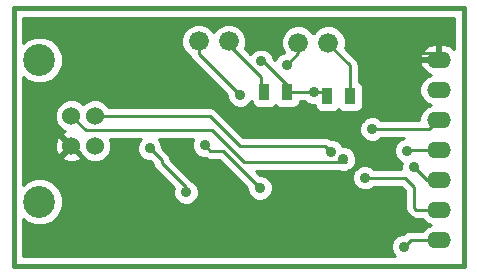
<source format=gbl>
G04 (created by PCBNEW-RS274X (2012-jan-04)-stable) date Fri 25 Jan 2013 16:17:33 CET*
G01*
G70*
G90*
%MOIN*%
G04 Gerber Fmt 3.4, Leading zero omitted, Abs format*
%FSLAX34Y34*%
G04 APERTURE LIST*
%ADD10C,0.006000*%
%ADD11C,0.015000*%
%ADD12C,0.060000*%
%ADD13C,0.106300*%
%ADD14R,0.035000X0.055000*%
%ADD15C,0.066000*%
%ADD16O,0.080000X0.055000*%
%ADD17C,0.035000*%
%ADD18C,0.009800*%
%ADD19C,0.010000*%
G04 APERTURE END LIST*
G54D10*
G54D11*
X53350Y-37475D02*
X53375Y-37475D01*
X53350Y-46050D02*
X53350Y-37475D01*
X68350Y-46050D02*
X53350Y-46050D01*
X68350Y-37450D02*
X68350Y-46050D01*
X53350Y-37450D02*
X68350Y-37450D01*
G54D12*
X56060Y-42040D03*
X56060Y-41040D03*
X55273Y-41040D03*
X55273Y-42040D03*
G54D13*
X54210Y-43902D03*
X54210Y-39178D03*
G54D14*
X62460Y-40250D03*
X61710Y-40250D03*
X63810Y-40385D03*
X64560Y-40385D03*
G54D15*
X60520Y-38555D03*
X59520Y-38555D03*
X63840Y-38595D03*
X62840Y-38595D03*
G54D16*
X67525Y-40165D03*
X67525Y-41165D03*
X67525Y-42165D03*
X67525Y-43165D03*
X67525Y-44165D03*
X67525Y-39165D03*
X67525Y-45165D03*
G54D17*
X56060Y-42040D03*
X63350Y-40250D03*
X61600Y-39220D03*
X59100Y-43580D03*
X57880Y-42120D03*
X66450Y-42200D03*
X67525Y-42165D03*
X64340Y-42480D03*
X55273Y-41040D03*
X63940Y-42240D03*
X56060Y-41040D03*
X66700Y-42750D03*
X67525Y-43165D03*
X67525Y-40165D03*
X61560Y-43440D03*
X59720Y-42020D03*
X65300Y-41480D03*
X67525Y-41165D03*
X67525Y-44165D03*
X65050Y-43100D03*
X62450Y-39350D03*
X66350Y-45400D03*
X67525Y-45165D03*
X60900Y-40350D03*
X65650Y-38600D03*
X55273Y-42040D03*
X67525Y-39165D03*
X60000Y-45350D03*
X62550Y-44850D03*
G54D18*
X63675Y-40250D02*
X63810Y-40385D01*
X62460Y-40250D02*
X63350Y-40250D01*
X63350Y-40250D02*
X63675Y-40250D01*
X61660Y-39220D02*
X61600Y-39220D01*
X62460Y-40020D02*
X61660Y-39220D01*
X62460Y-40250D02*
X62460Y-40020D01*
X57880Y-42120D02*
X58280Y-42520D01*
X58280Y-42520D02*
X58280Y-42600D01*
X58280Y-42600D02*
X59100Y-43420D01*
X59100Y-43420D02*
X59100Y-43580D01*
X66485Y-42165D02*
X67525Y-42165D01*
X66450Y-42200D02*
X66485Y-42165D01*
X64340Y-42480D02*
X64440Y-42580D01*
X64440Y-42580D02*
X61020Y-42580D01*
X61020Y-42580D02*
X59960Y-41520D01*
X59960Y-41520D02*
X55753Y-41520D01*
X55753Y-41520D02*
X55273Y-41040D01*
X59880Y-41040D02*
X56060Y-41040D01*
X60880Y-42040D02*
X59880Y-41040D01*
X63740Y-42040D02*
X60880Y-42040D01*
X63940Y-42240D02*
X63740Y-42040D01*
X67115Y-43165D02*
X67525Y-43165D01*
X66700Y-42750D02*
X67115Y-43165D01*
X60320Y-42200D02*
X61560Y-43440D01*
X59720Y-42020D02*
X59900Y-42200D01*
X59900Y-42200D02*
X60320Y-42200D01*
X67210Y-41480D02*
X65300Y-41480D01*
X67525Y-41165D02*
X67210Y-41480D01*
X66700Y-44100D02*
X66765Y-44165D01*
X65050Y-43100D02*
X66400Y-43100D01*
X66700Y-43400D02*
X66700Y-44100D01*
X66400Y-43100D02*
X66700Y-43400D01*
X66765Y-44165D02*
X67525Y-44165D01*
X62840Y-38595D02*
X62840Y-38960D01*
X62840Y-38960D02*
X62450Y-39350D01*
X67525Y-45165D02*
X66585Y-45165D01*
X66350Y-45400D02*
X66585Y-45165D01*
X59520Y-38555D02*
X59520Y-38970D01*
X59520Y-38970D02*
X60900Y-40350D01*
X62250Y-45350D02*
X62550Y-44850D01*
X60000Y-45350D02*
X61600Y-45350D01*
X61600Y-45350D02*
X62250Y-45350D01*
X65650Y-38600D02*
X65995Y-38945D01*
X65995Y-38945D02*
X66000Y-38950D01*
X65995Y-38945D02*
X67305Y-38945D01*
X67305Y-38945D02*
X67525Y-39165D01*
X64808Y-42788D02*
X64808Y-41152D01*
X65650Y-40310D02*
X65650Y-38600D01*
X64808Y-41152D02*
X65650Y-40310D01*
X64850Y-42750D02*
X64808Y-42788D01*
X64808Y-42788D02*
X62550Y-44850D01*
X60500Y-38550D02*
X60500Y-38650D01*
X60500Y-38650D02*
X61600Y-39750D01*
X61700Y-40250D02*
X61710Y-40250D01*
X61600Y-39750D02*
X61600Y-40150D01*
X60520Y-38555D02*
X60500Y-38550D01*
X61600Y-40150D02*
X61700Y-40250D01*
X63840Y-38640D02*
X63840Y-38595D01*
X64560Y-40385D02*
X64560Y-39360D01*
X64560Y-39360D02*
X63840Y-38640D01*
G54D10*
G36*
X68025Y-38799D02*
X67862Y-38685D01*
X67662Y-38640D01*
X67575Y-38640D01*
X67575Y-39065D01*
X67575Y-39115D01*
X67575Y-39215D01*
X67475Y-39215D01*
X67475Y-39115D01*
X67475Y-38640D01*
X67388Y-38640D01*
X67188Y-38685D01*
X67020Y-38803D01*
X66910Y-38976D01*
X66892Y-39034D01*
X66940Y-39115D01*
X67475Y-39115D01*
X67475Y-39215D01*
X67425Y-39215D01*
X66940Y-39215D01*
X66892Y-39296D01*
X66910Y-39354D01*
X67020Y-39527D01*
X67188Y-39645D01*
X67259Y-39661D01*
X67097Y-39728D01*
X66952Y-39873D01*
X66873Y-40062D01*
X66873Y-40267D01*
X66951Y-40456D01*
X67096Y-40601D01*
X67249Y-40665D01*
X67097Y-40728D01*
X66952Y-40873D01*
X66873Y-41062D01*
X66873Y-41181D01*
X65602Y-41181D01*
X65541Y-41120D01*
X65385Y-41055D01*
X65216Y-41055D01*
X65060Y-41119D01*
X64984Y-41195D01*
X64984Y-40710D01*
X64984Y-40611D01*
X64984Y-40061D01*
X64946Y-39969D01*
X64876Y-39899D01*
X64859Y-39891D01*
X64859Y-39360D01*
X64839Y-39264D01*
X64836Y-39246D01*
X64836Y-39245D01*
X64771Y-39149D01*
X64771Y-39148D01*
X64394Y-38772D01*
X64420Y-38711D01*
X64420Y-38480D01*
X64332Y-38267D01*
X64169Y-38104D01*
X63956Y-38015D01*
X63725Y-38015D01*
X63512Y-38103D01*
X63349Y-38266D01*
X63340Y-38286D01*
X63332Y-38267D01*
X63169Y-38104D01*
X62956Y-38015D01*
X62725Y-38015D01*
X62512Y-38103D01*
X62349Y-38266D01*
X62260Y-38479D01*
X62260Y-38710D01*
X62348Y-38923D01*
X62354Y-38929D01*
X62210Y-38989D01*
X62090Y-39109D01*
X62055Y-39192D01*
X62025Y-39162D01*
X62025Y-39136D01*
X61961Y-38980D01*
X61841Y-38860D01*
X61685Y-38795D01*
X61516Y-38795D01*
X61360Y-38859D01*
X61245Y-38973D01*
X61053Y-38781D01*
X61100Y-38671D01*
X61100Y-38440D01*
X61012Y-38227D01*
X60849Y-38064D01*
X60636Y-37975D01*
X60405Y-37975D01*
X60192Y-38063D01*
X60029Y-38226D01*
X60020Y-38246D01*
X60012Y-38227D01*
X59849Y-38064D01*
X59636Y-37975D01*
X59405Y-37975D01*
X59192Y-38063D01*
X59029Y-38226D01*
X58940Y-38439D01*
X58940Y-38670D01*
X59028Y-38883D01*
X59191Y-39046D01*
X59240Y-39066D01*
X59244Y-39085D01*
X59309Y-39181D01*
X60475Y-40347D01*
X60475Y-40434D01*
X60539Y-40590D01*
X60659Y-40710D01*
X60815Y-40775D01*
X60984Y-40775D01*
X61140Y-40711D01*
X61260Y-40591D01*
X61286Y-40528D01*
X61286Y-40574D01*
X61324Y-40666D01*
X61394Y-40736D01*
X61485Y-40774D01*
X61584Y-40774D01*
X61934Y-40774D01*
X62026Y-40736D01*
X62085Y-40677D01*
X62144Y-40736D01*
X62235Y-40774D01*
X62334Y-40774D01*
X62684Y-40774D01*
X62776Y-40736D01*
X62846Y-40666D01*
X62884Y-40575D01*
X62884Y-40549D01*
X63048Y-40549D01*
X63109Y-40610D01*
X63265Y-40675D01*
X63386Y-40675D01*
X63386Y-40709D01*
X63424Y-40801D01*
X63494Y-40871D01*
X63585Y-40909D01*
X63684Y-40909D01*
X64034Y-40909D01*
X64126Y-40871D01*
X64185Y-40812D01*
X64244Y-40871D01*
X64335Y-40909D01*
X64434Y-40909D01*
X64784Y-40909D01*
X64876Y-40871D01*
X64946Y-40801D01*
X64984Y-40710D01*
X64984Y-41195D01*
X64940Y-41239D01*
X64875Y-41395D01*
X64875Y-41564D01*
X64939Y-41720D01*
X65059Y-41840D01*
X65215Y-41905D01*
X65384Y-41905D01*
X65540Y-41841D01*
X65602Y-41779D01*
X66356Y-41779D01*
X66210Y-41839D01*
X66090Y-41959D01*
X66025Y-42115D01*
X66025Y-42284D01*
X66089Y-42440D01*
X66209Y-42560D01*
X66302Y-42598D01*
X66275Y-42665D01*
X66275Y-42801D01*
X65352Y-42801D01*
X65291Y-42740D01*
X65135Y-42675D01*
X64966Y-42675D01*
X64810Y-42739D01*
X64765Y-42784D01*
X64765Y-42565D01*
X64765Y-42396D01*
X64701Y-42240D01*
X64581Y-42120D01*
X64425Y-42055D01*
X64323Y-42055D01*
X64301Y-42000D01*
X64181Y-41880D01*
X64025Y-41815D01*
X63930Y-41815D01*
X63855Y-41764D01*
X63835Y-41760D01*
X63740Y-41741D01*
X61003Y-41741D01*
X60091Y-40829D01*
X59995Y-40764D01*
X59975Y-40760D01*
X59880Y-40741D01*
X56529Y-40741D01*
X56525Y-40729D01*
X56371Y-40575D01*
X56169Y-40491D01*
X55951Y-40491D01*
X55749Y-40575D01*
X55666Y-40657D01*
X55584Y-40575D01*
X55382Y-40491D01*
X55164Y-40491D01*
X54962Y-40575D01*
X54808Y-40729D01*
X54724Y-40931D01*
X54724Y-41149D01*
X54808Y-41351D01*
X54962Y-41505D01*
X55053Y-41542D01*
X54992Y-41568D01*
X54965Y-41662D01*
X55238Y-41934D01*
X55273Y-41969D01*
X55344Y-42040D01*
X55379Y-42075D01*
X55552Y-42249D01*
X55595Y-42351D01*
X55749Y-42505D01*
X55951Y-42589D01*
X56169Y-42589D01*
X56371Y-42505D01*
X56525Y-42351D01*
X56609Y-42149D01*
X56609Y-41931D01*
X56562Y-41819D01*
X57580Y-41819D01*
X57520Y-41879D01*
X57455Y-42035D01*
X57455Y-42204D01*
X57519Y-42360D01*
X57639Y-42480D01*
X57795Y-42545D01*
X57882Y-42545D01*
X57992Y-42654D01*
X57992Y-42655D01*
X58000Y-42695D01*
X58004Y-42715D01*
X58069Y-42811D01*
X58697Y-43440D01*
X58675Y-43495D01*
X58675Y-43664D01*
X58739Y-43820D01*
X58859Y-43940D01*
X59015Y-44005D01*
X59184Y-44005D01*
X59340Y-43941D01*
X59460Y-43821D01*
X59525Y-43665D01*
X59525Y-43496D01*
X59461Y-43340D01*
X59341Y-43220D01*
X59310Y-43207D01*
X58568Y-42466D01*
X58556Y-42406D01*
X58555Y-42405D01*
X58533Y-42373D01*
X58491Y-42309D01*
X58491Y-42308D01*
X58305Y-42122D01*
X58305Y-42036D01*
X58241Y-41880D01*
X58180Y-41819D01*
X59343Y-41819D01*
X59295Y-41935D01*
X59295Y-42104D01*
X59359Y-42260D01*
X59479Y-42380D01*
X59635Y-42445D01*
X59739Y-42445D01*
X59753Y-42453D01*
X59785Y-42475D01*
X59786Y-42476D01*
X59900Y-42499D01*
X60196Y-42499D01*
X61135Y-43437D01*
X61135Y-43524D01*
X61199Y-43680D01*
X61319Y-43800D01*
X61475Y-43865D01*
X61644Y-43865D01*
X61800Y-43801D01*
X61920Y-43681D01*
X61985Y-43525D01*
X61985Y-43356D01*
X61921Y-43200D01*
X61801Y-43080D01*
X61645Y-43015D01*
X61557Y-43015D01*
X61421Y-42879D01*
X64192Y-42879D01*
X64255Y-42905D01*
X64424Y-42905D01*
X64533Y-42860D01*
X64554Y-42856D01*
X64554Y-42855D01*
X64567Y-42846D01*
X64570Y-42844D01*
X64580Y-42841D01*
X64587Y-42833D01*
X64589Y-42831D01*
X64651Y-42791D01*
X64691Y-42729D01*
X64693Y-42727D01*
X64700Y-42721D01*
X64703Y-42712D01*
X64715Y-42694D01*
X64716Y-42694D01*
X64720Y-42671D01*
X64765Y-42565D01*
X64765Y-42784D01*
X64690Y-42859D01*
X64625Y-43015D01*
X64625Y-43184D01*
X64689Y-43340D01*
X64809Y-43460D01*
X64965Y-43525D01*
X65134Y-43525D01*
X65290Y-43461D01*
X65352Y-43399D01*
X66276Y-43399D01*
X66401Y-43523D01*
X66401Y-44100D01*
X66420Y-44195D01*
X66424Y-44215D01*
X66489Y-44311D01*
X66553Y-44376D01*
X66554Y-44376D01*
X66618Y-44418D01*
X66650Y-44440D01*
X66651Y-44441D01*
X66764Y-44463D01*
X66765Y-44464D01*
X66959Y-44464D01*
X67096Y-44601D01*
X67249Y-44665D01*
X67097Y-44728D01*
X66959Y-44866D01*
X66585Y-44866D01*
X66489Y-44885D01*
X66470Y-44889D01*
X66373Y-44954D01*
X66352Y-44975D01*
X66266Y-44975D01*
X66110Y-45039D01*
X65990Y-45159D01*
X65925Y-45315D01*
X65925Y-45484D01*
X65989Y-45640D01*
X66074Y-45725D01*
X55581Y-45725D01*
X55581Y-42418D01*
X55273Y-42111D01*
X55202Y-42181D01*
X55202Y-42040D01*
X54895Y-41732D01*
X54801Y-41759D01*
X54730Y-41961D01*
X54741Y-42174D01*
X54801Y-42321D01*
X54895Y-42348D01*
X55202Y-42040D01*
X55202Y-42181D01*
X54965Y-42418D01*
X54992Y-42512D01*
X55194Y-42583D01*
X55407Y-42572D01*
X55554Y-42512D01*
X55581Y-42418D01*
X55581Y-45725D01*
X53675Y-45725D01*
X53675Y-44471D01*
X53767Y-44564D01*
X54054Y-44683D01*
X54365Y-44683D01*
X54652Y-44564D01*
X54872Y-44345D01*
X54991Y-44058D01*
X54991Y-43747D01*
X54872Y-43460D01*
X54653Y-43240D01*
X54366Y-43121D01*
X54055Y-43121D01*
X53768Y-43240D01*
X53675Y-43332D01*
X53675Y-39747D01*
X53767Y-39840D01*
X54054Y-39959D01*
X54365Y-39959D01*
X54652Y-39840D01*
X54872Y-39621D01*
X54991Y-39334D01*
X54991Y-39023D01*
X54872Y-38736D01*
X54653Y-38516D01*
X54366Y-38397D01*
X54055Y-38397D01*
X53768Y-38516D01*
X53675Y-38608D01*
X53675Y-37775D01*
X68025Y-37775D01*
X68025Y-38799D01*
X68025Y-38799D01*
G37*
G54D19*
X68025Y-38799D02*
X67862Y-38685D01*
X67662Y-38640D01*
X67575Y-38640D01*
X67575Y-39065D01*
X67575Y-39115D01*
X67575Y-39215D01*
X67475Y-39215D01*
X67475Y-39115D01*
X67475Y-38640D01*
X67388Y-38640D01*
X67188Y-38685D01*
X67020Y-38803D01*
X66910Y-38976D01*
X66892Y-39034D01*
X66940Y-39115D01*
X67475Y-39115D01*
X67475Y-39215D01*
X67425Y-39215D01*
X66940Y-39215D01*
X66892Y-39296D01*
X66910Y-39354D01*
X67020Y-39527D01*
X67188Y-39645D01*
X67259Y-39661D01*
X67097Y-39728D01*
X66952Y-39873D01*
X66873Y-40062D01*
X66873Y-40267D01*
X66951Y-40456D01*
X67096Y-40601D01*
X67249Y-40665D01*
X67097Y-40728D01*
X66952Y-40873D01*
X66873Y-41062D01*
X66873Y-41181D01*
X65602Y-41181D01*
X65541Y-41120D01*
X65385Y-41055D01*
X65216Y-41055D01*
X65060Y-41119D01*
X64984Y-41195D01*
X64984Y-40710D01*
X64984Y-40611D01*
X64984Y-40061D01*
X64946Y-39969D01*
X64876Y-39899D01*
X64859Y-39891D01*
X64859Y-39360D01*
X64839Y-39264D01*
X64836Y-39246D01*
X64836Y-39245D01*
X64771Y-39149D01*
X64771Y-39148D01*
X64394Y-38772D01*
X64420Y-38711D01*
X64420Y-38480D01*
X64332Y-38267D01*
X64169Y-38104D01*
X63956Y-38015D01*
X63725Y-38015D01*
X63512Y-38103D01*
X63349Y-38266D01*
X63340Y-38286D01*
X63332Y-38267D01*
X63169Y-38104D01*
X62956Y-38015D01*
X62725Y-38015D01*
X62512Y-38103D01*
X62349Y-38266D01*
X62260Y-38479D01*
X62260Y-38710D01*
X62348Y-38923D01*
X62354Y-38929D01*
X62210Y-38989D01*
X62090Y-39109D01*
X62055Y-39192D01*
X62025Y-39162D01*
X62025Y-39136D01*
X61961Y-38980D01*
X61841Y-38860D01*
X61685Y-38795D01*
X61516Y-38795D01*
X61360Y-38859D01*
X61245Y-38973D01*
X61053Y-38781D01*
X61100Y-38671D01*
X61100Y-38440D01*
X61012Y-38227D01*
X60849Y-38064D01*
X60636Y-37975D01*
X60405Y-37975D01*
X60192Y-38063D01*
X60029Y-38226D01*
X60020Y-38246D01*
X60012Y-38227D01*
X59849Y-38064D01*
X59636Y-37975D01*
X59405Y-37975D01*
X59192Y-38063D01*
X59029Y-38226D01*
X58940Y-38439D01*
X58940Y-38670D01*
X59028Y-38883D01*
X59191Y-39046D01*
X59240Y-39066D01*
X59244Y-39085D01*
X59309Y-39181D01*
X60475Y-40347D01*
X60475Y-40434D01*
X60539Y-40590D01*
X60659Y-40710D01*
X60815Y-40775D01*
X60984Y-40775D01*
X61140Y-40711D01*
X61260Y-40591D01*
X61286Y-40528D01*
X61286Y-40574D01*
X61324Y-40666D01*
X61394Y-40736D01*
X61485Y-40774D01*
X61584Y-40774D01*
X61934Y-40774D01*
X62026Y-40736D01*
X62085Y-40677D01*
X62144Y-40736D01*
X62235Y-40774D01*
X62334Y-40774D01*
X62684Y-40774D01*
X62776Y-40736D01*
X62846Y-40666D01*
X62884Y-40575D01*
X62884Y-40549D01*
X63048Y-40549D01*
X63109Y-40610D01*
X63265Y-40675D01*
X63386Y-40675D01*
X63386Y-40709D01*
X63424Y-40801D01*
X63494Y-40871D01*
X63585Y-40909D01*
X63684Y-40909D01*
X64034Y-40909D01*
X64126Y-40871D01*
X64185Y-40812D01*
X64244Y-40871D01*
X64335Y-40909D01*
X64434Y-40909D01*
X64784Y-40909D01*
X64876Y-40871D01*
X64946Y-40801D01*
X64984Y-40710D01*
X64984Y-41195D01*
X64940Y-41239D01*
X64875Y-41395D01*
X64875Y-41564D01*
X64939Y-41720D01*
X65059Y-41840D01*
X65215Y-41905D01*
X65384Y-41905D01*
X65540Y-41841D01*
X65602Y-41779D01*
X66356Y-41779D01*
X66210Y-41839D01*
X66090Y-41959D01*
X66025Y-42115D01*
X66025Y-42284D01*
X66089Y-42440D01*
X66209Y-42560D01*
X66302Y-42598D01*
X66275Y-42665D01*
X66275Y-42801D01*
X65352Y-42801D01*
X65291Y-42740D01*
X65135Y-42675D01*
X64966Y-42675D01*
X64810Y-42739D01*
X64765Y-42784D01*
X64765Y-42565D01*
X64765Y-42396D01*
X64701Y-42240D01*
X64581Y-42120D01*
X64425Y-42055D01*
X64323Y-42055D01*
X64301Y-42000D01*
X64181Y-41880D01*
X64025Y-41815D01*
X63930Y-41815D01*
X63855Y-41764D01*
X63835Y-41760D01*
X63740Y-41741D01*
X61003Y-41741D01*
X60091Y-40829D01*
X59995Y-40764D01*
X59975Y-40760D01*
X59880Y-40741D01*
X56529Y-40741D01*
X56525Y-40729D01*
X56371Y-40575D01*
X56169Y-40491D01*
X55951Y-40491D01*
X55749Y-40575D01*
X55666Y-40657D01*
X55584Y-40575D01*
X55382Y-40491D01*
X55164Y-40491D01*
X54962Y-40575D01*
X54808Y-40729D01*
X54724Y-40931D01*
X54724Y-41149D01*
X54808Y-41351D01*
X54962Y-41505D01*
X55053Y-41542D01*
X54992Y-41568D01*
X54965Y-41662D01*
X55238Y-41934D01*
X55273Y-41969D01*
X55344Y-42040D01*
X55379Y-42075D01*
X55552Y-42249D01*
X55595Y-42351D01*
X55749Y-42505D01*
X55951Y-42589D01*
X56169Y-42589D01*
X56371Y-42505D01*
X56525Y-42351D01*
X56609Y-42149D01*
X56609Y-41931D01*
X56562Y-41819D01*
X57580Y-41819D01*
X57520Y-41879D01*
X57455Y-42035D01*
X57455Y-42204D01*
X57519Y-42360D01*
X57639Y-42480D01*
X57795Y-42545D01*
X57882Y-42545D01*
X57992Y-42654D01*
X57992Y-42655D01*
X58000Y-42695D01*
X58004Y-42715D01*
X58069Y-42811D01*
X58697Y-43440D01*
X58675Y-43495D01*
X58675Y-43664D01*
X58739Y-43820D01*
X58859Y-43940D01*
X59015Y-44005D01*
X59184Y-44005D01*
X59340Y-43941D01*
X59460Y-43821D01*
X59525Y-43665D01*
X59525Y-43496D01*
X59461Y-43340D01*
X59341Y-43220D01*
X59310Y-43207D01*
X58568Y-42466D01*
X58556Y-42406D01*
X58555Y-42405D01*
X58533Y-42373D01*
X58491Y-42309D01*
X58491Y-42308D01*
X58305Y-42122D01*
X58305Y-42036D01*
X58241Y-41880D01*
X58180Y-41819D01*
X59343Y-41819D01*
X59295Y-41935D01*
X59295Y-42104D01*
X59359Y-42260D01*
X59479Y-42380D01*
X59635Y-42445D01*
X59739Y-42445D01*
X59753Y-42453D01*
X59785Y-42475D01*
X59786Y-42476D01*
X59900Y-42499D01*
X60196Y-42499D01*
X61135Y-43437D01*
X61135Y-43524D01*
X61199Y-43680D01*
X61319Y-43800D01*
X61475Y-43865D01*
X61644Y-43865D01*
X61800Y-43801D01*
X61920Y-43681D01*
X61985Y-43525D01*
X61985Y-43356D01*
X61921Y-43200D01*
X61801Y-43080D01*
X61645Y-43015D01*
X61557Y-43015D01*
X61421Y-42879D01*
X64192Y-42879D01*
X64255Y-42905D01*
X64424Y-42905D01*
X64533Y-42860D01*
X64554Y-42856D01*
X64554Y-42855D01*
X64567Y-42846D01*
X64570Y-42844D01*
X64580Y-42841D01*
X64587Y-42833D01*
X64589Y-42831D01*
X64651Y-42791D01*
X64691Y-42729D01*
X64693Y-42727D01*
X64700Y-42721D01*
X64703Y-42712D01*
X64715Y-42694D01*
X64716Y-42694D01*
X64720Y-42671D01*
X64765Y-42565D01*
X64765Y-42784D01*
X64690Y-42859D01*
X64625Y-43015D01*
X64625Y-43184D01*
X64689Y-43340D01*
X64809Y-43460D01*
X64965Y-43525D01*
X65134Y-43525D01*
X65290Y-43461D01*
X65352Y-43399D01*
X66276Y-43399D01*
X66401Y-43523D01*
X66401Y-44100D01*
X66420Y-44195D01*
X66424Y-44215D01*
X66489Y-44311D01*
X66553Y-44376D01*
X66554Y-44376D01*
X66618Y-44418D01*
X66650Y-44440D01*
X66651Y-44441D01*
X66764Y-44463D01*
X66765Y-44464D01*
X66959Y-44464D01*
X67096Y-44601D01*
X67249Y-44665D01*
X67097Y-44728D01*
X66959Y-44866D01*
X66585Y-44866D01*
X66489Y-44885D01*
X66470Y-44889D01*
X66373Y-44954D01*
X66352Y-44975D01*
X66266Y-44975D01*
X66110Y-45039D01*
X65990Y-45159D01*
X65925Y-45315D01*
X65925Y-45484D01*
X65989Y-45640D01*
X66074Y-45725D01*
X55581Y-45725D01*
X55581Y-42418D01*
X55273Y-42111D01*
X55202Y-42181D01*
X55202Y-42040D01*
X54895Y-41732D01*
X54801Y-41759D01*
X54730Y-41961D01*
X54741Y-42174D01*
X54801Y-42321D01*
X54895Y-42348D01*
X55202Y-42040D01*
X55202Y-42181D01*
X54965Y-42418D01*
X54992Y-42512D01*
X55194Y-42583D01*
X55407Y-42572D01*
X55554Y-42512D01*
X55581Y-42418D01*
X55581Y-45725D01*
X53675Y-45725D01*
X53675Y-44471D01*
X53767Y-44564D01*
X54054Y-44683D01*
X54365Y-44683D01*
X54652Y-44564D01*
X54872Y-44345D01*
X54991Y-44058D01*
X54991Y-43747D01*
X54872Y-43460D01*
X54653Y-43240D01*
X54366Y-43121D01*
X54055Y-43121D01*
X53768Y-43240D01*
X53675Y-43332D01*
X53675Y-39747D01*
X53767Y-39840D01*
X54054Y-39959D01*
X54365Y-39959D01*
X54652Y-39840D01*
X54872Y-39621D01*
X54991Y-39334D01*
X54991Y-39023D01*
X54872Y-38736D01*
X54653Y-38516D01*
X54366Y-38397D01*
X54055Y-38397D01*
X53768Y-38516D01*
X53675Y-38608D01*
X53675Y-37775D01*
X68025Y-37775D01*
X68025Y-38799D01*
M02*

</source>
